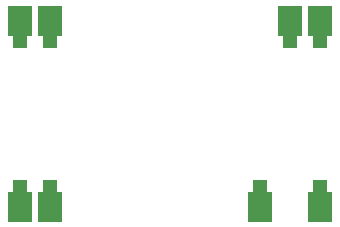
<source format=gbr>
%TF.GenerationSoftware,KiCad,Pcbnew,9.0.1+dfsg-1*%
%TF.CreationDate,2025-05-01T11:01:49+02:00*%
%TF.ProjectId,high-efficiency_dc-dc_converter,68696768-2d65-4666-9669-6369656e6379,rev?*%
%TF.SameCoordinates,Original*%
%TF.FileFunction,Soldermask,Bot*%
%TF.FilePolarity,Negative*%
%FSLAX46Y46*%
G04 Gerber Fmt 4.6, Leading zero omitted, Abs format (unit mm)*
G04 Created by KiCad (PCBNEW 9.0.1+dfsg-1) date 2025-05-01 11:01:49*
%MOMM*%
%LPD*%
G01*
G04 APERTURE LIST*
G04 Aperture macros list*
%AMRoundRect*
0 Rectangle with rounded corners*
0 $1 Rounding radius*
0 $2 $3 $4 $5 $6 $7 $8 $9 X,Y pos of 4 corners*
0 Add a 4 corners polygon primitive as box body*
4,1,4,$2,$3,$4,$5,$6,$7,$8,$9,$2,$3,0*
0 Add four circle primitives for the rounded corners*
1,1,$1+$1,$2,$3*
1,1,$1+$1,$4,$5*
1,1,$1+$1,$6,$7*
1,1,$1+$1,$8,$9*
0 Add four rect primitives between the rounded corners*
20,1,$1+$1,$2,$3,$4,$5,0*
20,1,$1+$1,$4,$5,$6,$7,0*
20,1,$1+$1,$6,$7,$8,$9,0*
20,1,$1+$1,$8,$9,$2,$3,0*%
G04 Aperture macros list end*
%ADD10R,2.000000X2.540000*%
%ADD11RoundRect,0.250000X-0.375000X0.375000X-0.375000X-0.375000X0.375000X-0.375000X0.375000X0.375000X0*%
G04 APERTURE END LIST*
D10*
%TO.C,M1*%
X76200000Y-48655000D03*
D11*
X76200000Y-46955000D03*
D10*
X71120000Y-48655000D03*
D11*
X71120000Y-46955000D03*
D10*
X53340000Y-48655000D03*
D11*
X53340000Y-46955000D03*
D10*
X50800000Y-48655000D03*
D11*
X50800000Y-46955000D03*
X76200000Y-34615000D03*
D10*
X76200000Y-32915000D03*
D11*
X73660000Y-34615000D03*
D10*
X73660000Y-32915000D03*
D11*
X53340000Y-34615000D03*
D10*
X53340000Y-32915000D03*
D11*
X50800000Y-34615000D03*
D10*
X50800000Y-32915000D03*
%TD*%
M02*

</source>
